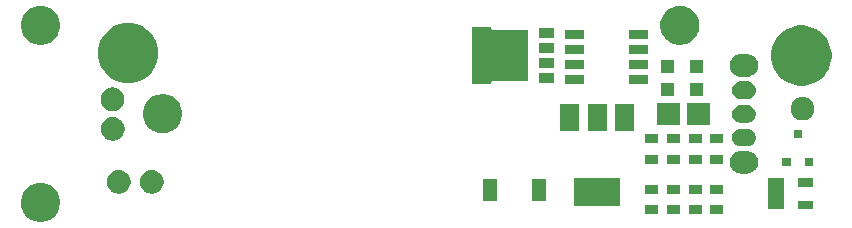
<source format=gbr>
G04 #@! TF.GenerationSoftware,KiCad,Pcbnew,5.1.0-unknown-ff73f69~82~ubuntu18.04.1*
G04 #@! TF.CreationDate,2019-04-01T01:27:23+02:00*
G04 #@! TF.ProjectId,Voltrove MIC1557 PWM,566f6c74-726f-4766-9520-4d4943313535,rev?*
G04 #@! TF.SameCoordinates,Original*
G04 #@! TF.FileFunction,Soldermask,Bot*
G04 #@! TF.FilePolarity,Negative*
%FSLAX46Y46*%
G04 Gerber Fmt 4.6, Leading zero omitted, Abs format (unit mm)*
G04 Created by KiCad (PCBNEW 5.1.0-unknown-ff73f69~82~ubuntu18.04.1) date 2019-04-01 01:27:23*
%MOMM*%
%LPD*%
G04 APERTURE LIST*
%ADD10C,0.100000*%
G04 APERTURE END LIST*
D10*
G36*
X176480000Y-97388000D02*
G01*
X176362000Y-97397000D01*
X176248000Y-97425000D01*
X176139000Y-97470000D01*
X176038000Y-97532000D01*
X175948000Y-97608000D01*
X175872000Y-97698000D01*
X175810000Y-97799000D01*
X175765000Y-97908000D01*
X175737000Y-98022000D01*
X175728000Y-98140000D01*
X175737000Y-98258000D01*
X175765000Y-98372000D01*
X175810000Y-98481000D01*
X175872000Y-98582000D01*
X175948000Y-98672000D01*
X176038000Y-98748000D01*
X176139000Y-98810000D01*
X176248000Y-98855000D01*
X176362000Y-98883000D01*
X176480000Y-98892000D01*
X176980000Y-98892000D01*
X177098000Y-98883000D01*
X177212000Y-98855000D01*
X177321000Y-98810000D01*
X177422000Y-98748000D01*
X177512000Y-98672000D01*
X177588000Y-98582000D01*
X177650000Y-98481000D01*
X177695000Y-98372000D01*
X177723000Y-98258000D01*
X177732000Y-98140000D01*
X177723000Y-98022000D01*
X177695000Y-97908000D01*
X177650000Y-97799000D01*
X177588000Y-97698000D01*
X177512000Y-97608000D01*
X177422000Y-97532000D01*
X177321000Y-97470000D01*
X177212000Y-97425000D01*
X177098000Y-97397000D01*
X176980000Y-97388000D01*
X176480000Y-97388000D01*
G37*
G36*
X176480000Y-99388000D02*
G01*
X176362000Y-99397000D01*
X176248000Y-99425000D01*
X176139000Y-99470000D01*
X176038000Y-99532000D01*
X175948000Y-99608000D01*
X175872000Y-99698000D01*
X175810000Y-99799000D01*
X175765000Y-99908000D01*
X175737000Y-100022000D01*
X175728000Y-100140000D01*
X175737000Y-100258000D01*
X175765000Y-100372000D01*
X175810000Y-100481000D01*
X175872000Y-100582000D01*
X175948000Y-100672000D01*
X176038000Y-100748000D01*
X176139000Y-100810000D01*
X176248000Y-100855000D01*
X176362000Y-100883000D01*
X176480000Y-100892000D01*
X176980000Y-100892000D01*
X177098000Y-100883000D01*
X177212000Y-100855000D01*
X177321000Y-100810000D01*
X177422000Y-100748000D01*
X177512000Y-100672000D01*
X177588000Y-100582000D01*
X177650000Y-100481000D01*
X177695000Y-100372000D01*
X177723000Y-100258000D01*
X177732000Y-100140000D01*
X177723000Y-100022000D01*
X177695000Y-99908000D01*
X177650000Y-99799000D01*
X177588000Y-99698000D01*
X177512000Y-99608000D01*
X177422000Y-99532000D01*
X177321000Y-99470000D01*
X177212000Y-99425000D01*
X177098000Y-99397000D01*
X176980000Y-99388000D01*
X176480000Y-99388000D01*
G37*
G36*
X176480000Y-101388000D02*
G01*
X176362000Y-101397000D01*
X176248000Y-101425000D01*
X176139000Y-101470000D01*
X176038000Y-101532000D01*
X175948000Y-101608000D01*
X175872000Y-101698000D01*
X175810000Y-101799000D01*
X175765000Y-101908000D01*
X175737000Y-102022000D01*
X175728000Y-102140000D01*
X175737000Y-102258000D01*
X175765000Y-102372000D01*
X175810000Y-102481000D01*
X175872000Y-102582000D01*
X175948000Y-102672000D01*
X176038000Y-102748000D01*
X176139000Y-102810000D01*
X176248000Y-102855000D01*
X176362000Y-102883000D01*
X176480000Y-102892000D01*
X176980000Y-102892000D01*
X177098000Y-102883000D01*
X177212000Y-102855000D01*
X177321000Y-102810000D01*
X177422000Y-102748000D01*
X177512000Y-102672000D01*
X177588000Y-102582000D01*
X177650000Y-102481000D01*
X177695000Y-102372000D01*
X177723000Y-102258000D01*
X177732000Y-102140000D01*
X177723000Y-102022000D01*
X177695000Y-101908000D01*
X177650000Y-101799000D01*
X177588000Y-101698000D01*
X177512000Y-101608000D01*
X177422000Y-101532000D01*
X177321000Y-101470000D01*
X177212000Y-101425000D01*
X177098000Y-101397000D01*
X176980000Y-101388000D01*
X176480000Y-101388000D01*
G37*
G36*
X176480000Y-95088000D02*
G01*
X176331000Y-95100000D01*
X176186000Y-95135000D01*
X176048000Y-95192000D01*
X175920000Y-95270000D01*
X175807000Y-95367000D01*
X175710000Y-95480000D01*
X175632000Y-95608000D01*
X175575000Y-95746000D01*
X175540000Y-95891000D01*
X175528000Y-96040000D01*
X175540000Y-96189000D01*
X175575000Y-96334000D01*
X175632000Y-96472000D01*
X175710000Y-96600000D01*
X175807000Y-96713000D01*
X175920000Y-96810000D01*
X176048000Y-96888000D01*
X176186000Y-96945000D01*
X176331000Y-96980000D01*
X176480000Y-96992000D01*
X176980000Y-96992000D01*
X177129000Y-96980000D01*
X177274000Y-96945000D01*
X177412000Y-96888000D01*
X177540000Y-96810000D01*
X177653000Y-96713000D01*
X177750000Y-96600000D01*
X177828000Y-96472000D01*
X177885000Y-96334000D01*
X177920000Y-96189000D01*
X177932000Y-96040000D01*
X177920000Y-95891000D01*
X177885000Y-95746000D01*
X177828000Y-95608000D01*
X177750000Y-95480000D01*
X177653000Y-95367000D01*
X177540000Y-95270000D01*
X177412000Y-95192000D01*
X177274000Y-95135000D01*
X177129000Y-95100000D01*
X176980000Y-95088000D01*
X176480000Y-95088000D01*
G37*
G36*
X176480000Y-103288000D02*
G01*
X176331000Y-103300000D01*
X176186000Y-103335000D01*
X176048000Y-103392000D01*
X175920000Y-103470000D01*
X175807000Y-103567000D01*
X175710000Y-103680000D01*
X175632000Y-103808000D01*
X175575000Y-103946000D01*
X175540000Y-104091000D01*
X175528000Y-104240000D01*
X175540000Y-104389000D01*
X175575000Y-104534000D01*
X175632000Y-104672000D01*
X175710000Y-104800000D01*
X175807000Y-104913000D01*
X175920000Y-105010000D01*
X176048000Y-105088000D01*
X176186000Y-105145000D01*
X176331000Y-105180000D01*
X176480000Y-105192000D01*
X176980000Y-105192000D01*
X177129000Y-105180000D01*
X177274000Y-105145000D01*
X177412000Y-105088000D01*
X177540000Y-105010000D01*
X177653000Y-104913000D01*
X177750000Y-104800000D01*
X177828000Y-104672000D01*
X177885000Y-104534000D01*
X177920000Y-104389000D01*
X177932000Y-104240000D01*
X177920000Y-104091000D01*
X177885000Y-103946000D01*
X177828000Y-103808000D01*
X177750000Y-103680000D01*
X177653000Y-103567000D01*
X177540000Y-103470000D01*
X177412000Y-103392000D01*
X177274000Y-103335000D01*
X177129000Y-103300000D01*
X176980000Y-103288000D01*
X176480000Y-103288000D01*
G37*
G36*
X117544256Y-106035298D02*
G01*
X117650579Y-106056447D01*
X117951042Y-106180903D01*
X118221451Y-106361585D01*
X118451415Y-106591549D01*
X118451416Y-106591551D01*
X118632098Y-106861960D01*
X118756553Y-107162422D01*
X118820000Y-107481389D01*
X118820000Y-107806611D01*
X118777702Y-108019256D01*
X118756553Y-108125579D01*
X118632097Y-108426042D01*
X118451415Y-108696451D01*
X118221451Y-108926415D01*
X117951042Y-109107097D01*
X117650579Y-109231553D01*
X117544256Y-109252702D01*
X117331611Y-109295000D01*
X117006389Y-109295000D01*
X116793744Y-109252702D01*
X116687421Y-109231553D01*
X116386958Y-109107097D01*
X116116549Y-108926415D01*
X115886585Y-108696451D01*
X115705903Y-108426042D01*
X115581447Y-108125579D01*
X115560298Y-108019256D01*
X115518000Y-107806611D01*
X115518000Y-107481389D01*
X115581447Y-107162422D01*
X115705902Y-106861960D01*
X115886584Y-106591551D01*
X115886585Y-106591549D01*
X116116549Y-106361585D01*
X116386958Y-106180903D01*
X116687421Y-106056447D01*
X116793744Y-106035298D01*
X117006389Y-105993000D01*
X117331611Y-105993000D01*
X117544256Y-106035298D01*
X117544256Y-106035298D01*
G37*
G36*
X174951000Y-108661000D02*
G01*
X173849000Y-108661000D01*
X173849000Y-107889000D01*
X174951000Y-107889000D01*
X174951000Y-108661000D01*
X174951000Y-108661000D01*
G37*
G36*
X173151000Y-108661000D02*
G01*
X172049000Y-108661000D01*
X172049000Y-107889000D01*
X173151000Y-107889000D01*
X173151000Y-108661000D01*
X173151000Y-108661000D01*
G37*
G36*
X169451000Y-108661000D02*
G01*
X168349000Y-108661000D01*
X168349000Y-107889000D01*
X169451000Y-107889000D01*
X169451000Y-108661000D01*
X169451000Y-108661000D01*
G37*
G36*
X171351000Y-108661000D02*
G01*
X170249000Y-108661000D01*
X170249000Y-107889000D01*
X171351000Y-107889000D01*
X171351000Y-108661000D01*
X171351000Y-108661000D01*
G37*
G36*
X180101000Y-108201000D02*
G01*
X178799000Y-108201000D01*
X178799000Y-105599000D01*
X180101000Y-105599000D01*
X180101000Y-108201000D01*
X180101000Y-108201000D01*
G37*
G36*
X182601000Y-108201000D02*
G01*
X181299000Y-108201000D01*
X181299000Y-107499000D01*
X182601000Y-107499000D01*
X182601000Y-108201000D01*
X182601000Y-108201000D01*
G37*
G36*
X166251000Y-107901000D02*
G01*
X162349000Y-107901000D01*
X162349000Y-105599000D01*
X166251000Y-105599000D01*
X166251000Y-107901000D01*
X166251000Y-107901000D01*
G37*
G36*
X159986000Y-107511000D02*
G01*
X158764000Y-107511000D01*
X158764000Y-105689000D01*
X159986000Y-105689000D01*
X159986000Y-107511000D01*
X159986000Y-107511000D01*
G37*
G36*
X155836000Y-107511000D02*
G01*
X154614000Y-107511000D01*
X154614000Y-105689000D01*
X155836000Y-105689000D01*
X155836000Y-107511000D01*
X155836000Y-107511000D01*
G37*
G36*
X174951000Y-106911000D02*
G01*
X173849000Y-106911000D01*
X173849000Y-106139000D01*
X174951000Y-106139000D01*
X174951000Y-106911000D01*
X174951000Y-106911000D01*
G37*
G36*
X173151000Y-106911000D02*
G01*
X172049000Y-106911000D01*
X172049000Y-106139000D01*
X173151000Y-106139000D01*
X173151000Y-106911000D01*
X173151000Y-106911000D01*
G37*
G36*
X169451000Y-106911000D02*
G01*
X168349000Y-106911000D01*
X168349000Y-106139000D01*
X169451000Y-106139000D01*
X169451000Y-106911000D01*
X169451000Y-106911000D01*
G37*
G36*
X171351000Y-106911000D02*
G01*
X170249000Y-106911000D01*
X170249000Y-106139000D01*
X171351000Y-106139000D01*
X171351000Y-106911000D01*
X171351000Y-106911000D01*
G37*
G36*
X123995403Y-104917646D02*
G01*
X124092156Y-104936891D01*
X124167658Y-104968165D01*
X124274434Y-105012393D01*
X124274435Y-105012394D01*
X124438483Y-105122007D01*
X124577993Y-105261517D01*
X124577994Y-105261519D01*
X124687607Y-105425566D01*
X124731835Y-105532342D01*
X124763109Y-105607844D01*
X124801600Y-105801351D01*
X124801600Y-105998649D01*
X124765348Y-106180902D01*
X124763109Y-106192155D01*
X124687607Y-106374434D01*
X124687606Y-106374435D01*
X124577993Y-106538483D01*
X124438483Y-106677993D01*
X124355902Y-106733172D01*
X124274434Y-106787607D01*
X124167658Y-106831835D01*
X124092156Y-106863109D01*
X123995403Y-106882354D01*
X123898650Y-106901600D01*
X123701350Y-106901600D01*
X123604597Y-106882354D01*
X123507844Y-106863109D01*
X123432342Y-106831835D01*
X123325566Y-106787607D01*
X123244098Y-106733172D01*
X123161517Y-106677993D01*
X123022007Y-106538483D01*
X122912394Y-106374435D01*
X122912393Y-106374434D01*
X122836891Y-106192155D01*
X122834653Y-106180902D01*
X122798400Y-105998649D01*
X122798400Y-105801351D01*
X122836891Y-105607844D01*
X122868165Y-105532342D01*
X122912393Y-105425566D01*
X123022006Y-105261519D01*
X123022007Y-105261517D01*
X123161517Y-105122007D01*
X123325565Y-105012394D01*
X123325566Y-105012393D01*
X123432342Y-104968165D01*
X123507844Y-104936891D01*
X123604597Y-104917646D01*
X123701350Y-104898400D01*
X123898650Y-104898400D01*
X123995403Y-104917646D01*
X123995403Y-104917646D01*
G37*
G36*
X126795403Y-104917646D02*
G01*
X126892156Y-104936891D01*
X126967658Y-104968165D01*
X127074434Y-105012393D01*
X127074435Y-105012394D01*
X127238483Y-105122007D01*
X127377993Y-105261517D01*
X127377994Y-105261519D01*
X127487607Y-105425566D01*
X127531835Y-105532342D01*
X127563109Y-105607844D01*
X127601600Y-105801351D01*
X127601600Y-105998649D01*
X127565348Y-106180902D01*
X127563109Y-106192155D01*
X127487607Y-106374434D01*
X127487606Y-106374435D01*
X127377993Y-106538483D01*
X127238483Y-106677993D01*
X127155902Y-106733172D01*
X127074434Y-106787607D01*
X126967658Y-106831835D01*
X126892156Y-106863109D01*
X126795403Y-106882354D01*
X126698650Y-106901600D01*
X126501350Y-106901600D01*
X126404597Y-106882354D01*
X126307844Y-106863109D01*
X126232342Y-106831835D01*
X126125566Y-106787607D01*
X126044098Y-106733172D01*
X125961517Y-106677993D01*
X125822007Y-106538483D01*
X125712394Y-106374435D01*
X125712393Y-106374434D01*
X125636891Y-106192155D01*
X125634653Y-106180902D01*
X125598400Y-105998649D01*
X125598400Y-105801351D01*
X125636891Y-105607844D01*
X125668165Y-105532342D01*
X125712393Y-105425566D01*
X125822006Y-105261519D01*
X125822007Y-105261517D01*
X125961517Y-105122007D01*
X126125565Y-105012394D01*
X126125566Y-105012393D01*
X126232342Y-104968165D01*
X126307844Y-104936891D01*
X126404597Y-104917646D01*
X126501350Y-104898400D01*
X126698650Y-104898400D01*
X126795403Y-104917646D01*
X126795403Y-104917646D01*
G37*
G36*
X182601000Y-106301000D02*
G01*
X181299000Y-106301000D01*
X181299000Y-105599000D01*
X182601000Y-105599000D01*
X182601000Y-106301000D01*
X182601000Y-106301000D01*
G37*
G36*
X177007570Y-103324969D02*
G01*
X177180753Y-103396704D01*
X177336607Y-103500842D01*
X177469158Y-103633393D01*
X177573296Y-103789247D01*
X177645031Y-103962430D01*
X177681600Y-104146274D01*
X177681600Y-104333726D01*
X177645031Y-104517570D01*
X177573296Y-104690753D01*
X177469158Y-104846607D01*
X177336607Y-104979158D01*
X177180753Y-105083296D01*
X177007570Y-105155031D01*
X176823726Y-105191600D01*
X176636274Y-105191600D01*
X176452430Y-105155031D01*
X176279247Y-105083296D01*
X176123393Y-104979158D01*
X175990842Y-104846607D01*
X175886704Y-104690753D01*
X175814969Y-104517570D01*
X175778400Y-104333726D01*
X175778400Y-104146274D01*
X175814969Y-103962430D01*
X175886704Y-103789247D01*
X175990842Y-103633393D01*
X176123393Y-103500842D01*
X176279247Y-103396704D01*
X176452430Y-103324969D01*
X176636274Y-103288400D01*
X176823726Y-103288400D01*
X177007570Y-103324969D01*
X177007570Y-103324969D01*
G37*
G36*
X182611000Y-104526500D02*
G01*
X181889000Y-104526500D01*
X181889000Y-103849500D01*
X182611000Y-103849500D01*
X182611000Y-104526500D01*
X182611000Y-104526500D01*
G37*
G36*
X180711000Y-104526500D02*
G01*
X179989000Y-104526500D01*
X179989000Y-103849500D01*
X180711000Y-103849500D01*
X180711000Y-104526500D01*
X180711000Y-104526500D01*
G37*
G36*
X174951000Y-104361000D02*
G01*
X173849000Y-104361000D01*
X173849000Y-103589000D01*
X174951000Y-103589000D01*
X174951000Y-104361000D01*
X174951000Y-104361000D01*
G37*
G36*
X173151000Y-104361000D02*
G01*
X172049000Y-104361000D01*
X172049000Y-103589000D01*
X173151000Y-103589000D01*
X173151000Y-104361000D01*
X173151000Y-104361000D01*
G37*
G36*
X171351000Y-104361000D02*
G01*
X170249000Y-104361000D01*
X170249000Y-103589000D01*
X171351000Y-103589000D01*
X171351000Y-104361000D01*
X171351000Y-104361000D01*
G37*
G36*
X169451000Y-104361000D02*
G01*
X168349000Y-104361000D01*
X168349000Y-103589000D01*
X169451000Y-103589000D01*
X169451000Y-104361000D01*
X169451000Y-104361000D01*
G37*
G36*
X176949234Y-101417283D02*
G01*
X177086016Y-101473940D01*
X177209117Y-101556194D01*
X177313806Y-101660883D01*
X177396060Y-101783984D01*
X177452717Y-101920766D01*
X177481600Y-102065974D01*
X177481600Y-102214026D01*
X177452717Y-102359234D01*
X177396060Y-102496016D01*
X177313806Y-102619117D01*
X177209117Y-102723806D01*
X177086016Y-102806060D01*
X176949234Y-102862717D01*
X176804026Y-102891600D01*
X176655974Y-102891600D01*
X176510766Y-102862717D01*
X176373984Y-102806060D01*
X176250883Y-102723806D01*
X176146194Y-102619117D01*
X176063940Y-102496016D01*
X176007283Y-102359234D01*
X175978400Y-102214026D01*
X175978400Y-102065974D01*
X176007283Y-101920766D01*
X176063940Y-101783984D01*
X176146194Y-101660883D01*
X176250883Y-101556194D01*
X176373984Y-101473940D01*
X176510766Y-101417283D01*
X176655974Y-101388400D01*
X176804026Y-101388400D01*
X176949234Y-101417283D01*
X176949234Y-101417283D01*
G37*
G36*
X169451000Y-102611000D02*
G01*
X168349000Y-102611000D01*
X168349000Y-101839000D01*
X169451000Y-101839000D01*
X169451000Y-102611000D01*
X169451000Y-102611000D01*
G37*
G36*
X171351000Y-102611000D02*
G01*
X170249000Y-102611000D01*
X170249000Y-101839000D01*
X171351000Y-101839000D01*
X171351000Y-102611000D01*
X171351000Y-102611000D01*
G37*
G36*
X173151000Y-102611000D02*
G01*
X172049000Y-102611000D01*
X172049000Y-101839000D01*
X173151000Y-101839000D01*
X173151000Y-102611000D01*
X173151000Y-102611000D01*
G37*
G36*
X174951000Y-102611000D02*
G01*
X173849000Y-102611000D01*
X173849000Y-101839000D01*
X174951000Y-101839000D01*
X174951000Y-102611000D01*
X174951000Y-102611000D01*
G37*
G36*
X123495403Y-100417646D02*
G01*
X123592156Y-100436891D01*
X123667658Y-100468165D01*
X123774434Y-100512393D01*
X123774435Y-100512394D01*
X123938483Y-100622007D01*
X124077993Y-100761517D01*
X124107756Y-100806061D01*
X124187607Y-100925566D01*
X124231835Y-101032342D01*
X124263109Y-101107844D01*
X124301600Y-101301351D01*
X124301600Y-101498649D01*
X124269330Y-101660883D01*
X124263109Y-101692155D01*
X124187607Y-101874434D01*
X124156649Y-101920766D01*
X124077993Y-102038483D01*
X123938483Y-102177993D01*
X123855901Y-102233172D01*
X123774434Y-102287607D01*
X123667658Y-102331835D01*
X123592156Y-102363109D01*
X123495403Y-102382354D01*
X123398650Y-102401600D01*
X123201350Y-102401600D01*
X123104597Y-102382354D01*
X123007844Y-102363109D01*
X122932342Y-102331835D01*
X122825566Y-102287607D01*
X122744098Y-102233172D01*
X122661517Y-102177993D01*
X122522007Y-102038483D01*
X122443351Y-101920766D01*
X122412393Y-101874434D01*
X122336891Y-101692155D01*
X122330671Y-101660883D01*
X122298400Y-101498649D01*
X122298400Y-101301351D01*
X122336891Y-101107844D01*
X122368165Y-101032342D01*
X122412393Y-100925566D01*
X122492244Y-100806061D01*
X122522007Y-100761517D01*
X122661517Y-100622007D01*
X122825565Y-100512394D01*
X122825566Y-100512393D01*
X122932342Y-100468165D01*
X123007844Y-100436891D01*
X123104598Y-100417645D01*
X123201350Y-100398400D01*
X123398650Y-100398400D01*
X123495403Y-100417646D01*
X123495403Y-100417646D01*
G37*
G36*
X181661000Y-102150500D02*
G01*
X180939000Y-102150500D01*
X180939000Y-101473500D01*
X181661000Y-101473500D01*
X181661000Y-102150500D01*
X181661000Y-102150500D01*
G37*
G36*
X127890256Y-98506298D02*
G01*
X127996579Y-98527447D01*
X128297042Y-98651903D01*
X128567451Y-98832585D01*
X128797415Y-99062549D01*
X128955407Y-99299000D01*
X128978098Y-99332960D01*
X129001062Y-99388400D01*
X129102553Y-99633421D01*
X129108016Y-99660884D01*
X129166000Y-99952389D01*
X129166000Y-100277611D01*
X129149764Y-100359234D01*
X129102553Y-100596579D01*
X128978097Y-100897042D01*
X128797415Y-101167451D01*
X128567451Y-101397415D01*
X128297042Y-101578097D01*
X127996579Y-101702553D01*
X127890256Y-101723702D01*
X127677611Y-101766000D01*
X127352389Y-101766000D01*
X127139744Y-101723702D01*
X127033421Y-101702553D01*
X126732958Y-101578097D01*
X126462549Y-101397415D01*
X126232585Y-101167451D01*
X126051903Y-100897042D01*
X125927447Y-100596579D01*
X125880236Y-100359234D01*
X125864000Y-100277611D01*
X125864000Y-99952389D01*
X125921984Y-99660884D01*
X125927447Y-99633421D01*
X126028938Y-99388400D01*
X126051902Y-99332960D01*
X126074593Y-99299000D01*
X126232585Y-99062549D01*
X126462549Y-98832585D01*
X126732958Y-98651903D01*
X127033421Y-98527447D01*
X127139744Y-98506298D01*
X127352389Y-98464000D01*
X127677611Y-98464000D01*
X127890256Y-98506298D01*
X127890256Y-98506298D01*
G37*
G36*
X165101000Y-101601000D02*
G01*
X163499000Y-101601000D01*
X163499000Y-99299000D01*
X165101000Y-99299000D01*
X165101000Y-101601000D01*
X165101000Y-101601000D01*
G37*
G36*
X167401000Y-101601000D02*
G01*
X165799000Y-101601000D01*
X165799000Y-99299000D01*
X167401000Y-99299000D01*
X167401000Y-101601000D01*
X167401000Y-101601000D01*
G37*
G36*
X162801000Y-101601000D02*
G01*
X161199000Y-101601000D01*
X161199000Y-99299000D01*
X162801000Y-99299000D01*
X162801000Y-101601000D01*
X162801000Y-101601000D01*
G37*
G36*
X173831000Y-101095000D02*
G01*
X171929000Y-101095000D01*
X171929000Y-99193000D01*
X173831000Y-99193000D01*
X173831000Y-101095000D01*
X173831000Y-101095000D01*
G37*
G36*
X171291000Y-101095000D02*
G01*
X169389000Y-101095000D01*
X169389000Y-99193000D01*
X171291000Y-99193000D01*
X171291000Y-101095000D01*
X171291000Y-101095000D01*
G37*
G36*
X176949234Y-99417283D02*
G01*
X177086016Y-99473940D01*
X177209117Y-99556194D01*
X177313806Y-99660883D01*
X177396060Y-99783984D01*
X177452717Y-99920766D01*
X177481600Y-100065974D01*
X177481600Y-100214026D01*
X177452717Y-100359234D01*
X177396060Y-100496016D01*
X177313806Y-100619117D01*
X177209117Y-100723806D01*
X177086016Y-100806060D01*
X176949234Y-100862717D01*
X176804026Y-100891600D01*
X176655974Y-100891600D01*
X176510766Y-100862717D01*
X176373984Y-100806060D01*
X176250883Y-100723806D01*
X176146194Y-100619117D01*
X176063940Y-100496016D01*
X176007283Y-100359234D01*
X175978400Y-100214026D01*
X175978400Y-100065974D01*
X176007283Y-99920766D01*
X176063940Y-99783984D01*
X176146194Y-99660883D01*
X176250883Y-99556194D01*
X176373984Y-99473940D01*
X176510766Y-99417283D01*
X176655974Y-99388400D01*
X176804026Y-99388400D01*
X176949234Y-99417283D01*
X176949234Y-99417283D01*
G37*
G36*
X181895403Y-98717646D02*
G01*
X181992156Y-98736891D01*
X182067658Y-98768165D01*
X182174434Y-98812393D01*
X182174435Y-98812394D01*
X182338483Y-98922007D01*
X182477993Y-99061517D01*
X182478684Y-99062551D01*
X182587607Y-99225566D01*
X182618024Y-99299000D01*
X182663109Y-99407844D01*
X182664987Y-99417285D01*
X182701600Y-99601350D01*
X182701600Y-99798650D01*
X182663109Y-99992155D01*
X182587607Y-100174434D01*
X182587606Y-100174435D01*
X182477993Y-100338483D01*
X182338483Y-100477993D01*
X182286998Y-100512394D01*
X182174434Y-100587607D01*
X182067658Y-100631835D01*
X181992156Y-100663109D01*
X181895402Y-100682355D01*
X181798650Y-100701600D01*
X181601350Y-100701600D01*
X181504598Y-100682355D01*
X181407844Y-100663109D01*
X181332342Y-100631835D01*
X181225566Y-100587607D01*
X181113002Y-100512394D01*
X181061517Y-100477993D01*
X180922007Y-100338483D01*
X180812394Y-100174435D01*
X180812393Y-100174434D01*
X180736891Y-99992155D01*
X180698400Y-99798650D01*
X180698400Y-99601350D01*
X180735013Y-99417285D01*
X180736891Y-99407844D01*
X180781976Y-99299000D01*
X180812393Y-99225566D01*
X180921316Y-99062551D01*
X180922007Y-99061517D01*
X181061517Y-98922007D01*
X181225565Y-98812394D01*
X181225566Y-98812393D01*
X181332342Y-98768165D01*
X181407844Y-98736891D01*
X181504597Y-98717646D01*
X181601350Y-98698400D01*
X181798650Y-98698400D01*
X181895403Y-98717646D01*
X181895403Y-98717646D01*
G37*
G36*
X123440812Y-97920765D02*
G01*
X123572156Y-97946891D01*
X123647658Y-97978165D01*
X123754434Y-98022393D01*
X123754435Y-98022394D01*
X123918483Y-98132007D01*
X124057993Y-98271517D01*
X124057994Y-98271519D01*
X124167607Y-98435566D01*
X124192645Y-98496013D01*
X124243109Y-98617844D01*
X124249884Y-98651903D01*
X124281600Y-98811350D01*
X124281600Y-99008650D01*
X124270879Y-99062549D01*
X124243109Y-99202156D01*
X124233412Y-99225566D01*
X124167607Y-99384434D01*
X124113172Y-99465902D01*
X124057993Y-99548483D01*
X123918483Y-99687993D01*
X123835902Y-99743172D01*
X123754434Y-99797607D01*
X123647658Y-99841835D01*
X123572156Y-99873109D01*
X123475402Y-99892355D01*
X123378650Y-99911600D01*
X123181350Y-99911600D01*
X123084598Y-99892355D01*
X122987844Y-99873109D01*
X122912342Y-99841835D01*
X122805566Y-99797607D01*
X122724098Y-99743172D01*
X122641517Y-99687993D01*
X122502007Y-99548483D01*
X122446828Y-99465902D01*
X122392393Y-99384434D01*
X122326588Y-99225566D01*
X122316891Y-99202156D01*
X122289121Y-99062549D01*
X122278400Y-99008650D01*
X122278400Y-98811350D01*
X122310116Y-98651903D01*
X122316891Y-98617844D01*
X122367355Y-98496013D01*
X122392393Y-98435566D01*
X122502006Y-98271519D01*
X122502007Y-98271517D01*
X122641517Y-98132007D01*
X122805565Y-98022394D01*
X122805566Y-98022393D01*
X122912342Y-97978165D01*
X122987844Y-97946891D01*
X123119188Y-97920765D01*
X123181350Y-97908400D01*
X123378650Y-97908400D01*
X123440812Y-97920765D01*
X123440812Y-97920765D01*
G37*
G36*
X176949234Y-97417283D02*
G01*
X177086016Y-97473940D01*
X177209117Y-97556194D01*
X177313806Y-97660883D01*
X177396060Y-97783984D01*
X177452717Y-97920766D01*
X177481600Y-98065974D01*
X177481600Y-98214026D01*
X177452717Y-98359234D01*
X177396060Y-98496016D01*
X177313806Y-98619117D01*
X177209117Y-98723806D01*
X177086016Y-98806060D01*
X176949234Y-98862717D01*
X176804026Y-98891600D01*
X176655974Y-98891600D01*
X176510766Y-98862717D01*
X176373984Y-98806060D01*
X176250883Y-98723806D01*
X176146194Y-98619117D01*
X176063940Y-98496016D01*
X176007283Y-98359234D01*
X175978400Y-98214026D01*
X175978400Y-98065974D01*
X176007283Y-97920766D01*
X176063940Y-97783984D01*
X176146194Y-97660883D01*
X176250883Y-97556194D01*
X176373984Y-97473940D01*
X176510766Y-97417283D01*
X176655974Y-97388400D01*
X176804026Y-97388400D01*
X176949234Y-97417283D01*
X176949234Y-97417283D01*
G37*
G36*
X170851000Y-98601000D02*
G01*
X169749000Y-98601000D01*
X169749000Y-97499000D01*
X170851000Y-97499000D01*
X170851000Y-98601000D01*
X170851000Y-98601000D01*
G37*
G36*
X173251000Y-98601000D02*
G01*
X172149000Y-98601000D01*
X172149000Y-97499000D01*
X173251000Y-97499000D01*
X173251000Y-98601000D01*
X173251000Y-98601000D01*
G37*
G36*
X182344098Y-92747033D02*
G01*
X182808350Y-92939332D01*
X182808352Y-92939333D01*
X183226168Y-93218509D01*
X183581491Y-93573832D01*
X183727031Y-93791648D01*
X183860668Y-93991650D01*
X184052967Y-94455902D01*
X184151000Y-94948747D01*
X184151000Y-95451253D01*
X184052967Y-95944098D01*
X183898270Y-96317570D01*
X183860667Y-96408352D01*
X183581491Y-96826168D01*
X183226168Y-97181491D01*
X182808352Y-97460667D01*
X182808351Y-97460668D01*
X182808350Y-97460668D01*
X182344098Y-97652967D01*
X181851253Y-97751000D01*
X181348747Y-97751000D01*
X180855902Y-97652967D01*
X180391650Y-97460668D01*
X180391649Y-97460668D01*
X180391648Y-97460667D01*
X179973832Y-97181491D01*
X179618509Y-96826168D01*
X179339333Y-96408352D01*
X179301730Y-96317570D01*
X179147033Y-95944098D01*
X179049000Y-95451253D01*
X179049000Y-94948747D01*
X179147033Y-94455902D01*
X179339332Y-93991650D01*
X179472969Y-93791648D01*
X179618509Y-93573832D01*
X179973832Y-93218509D01*
X180391648Y-92939333D01*
X180391650Y-92939332D01*
X180855902Y-92747033D01*
X181348747Y-92649000D01*
X181851253Y-92649000D01*
X182344098Y-92747033D01*
X182344098Y-92747033D01*
G37*
G36*
X155351000Y-92924001D02*
G01*
X155353402Y-92948387D01*
X155360515Y-92971836D01*
X155372066Y-92993447D01*
X155387611Y-93012389D01*
X155406553Y-93027934D01*
X155428164Y-93039485D01*
X155451613Y-93046598D01*
X155475999Y-93049000D01*
X158451000Y-93049000D01*
X158451000Y-97351000D01*
X155475999Y-97351000D01*
X155451613Y-97353402D01*
X155428164Y-97360515D01*
X155406553Y-97372066D01*
X155387611Y-97387611D01*
X155372066Y-97406553D01*
X155360515Y-97428164D01*
X155353402Y-97451613D01*
X155351000Y-97475999D01*
X155351000Y-97601000D01*
X153749000Y-97601000D01*
X153749000Y-92799000D01*
X155351000Y-92799000D01*
X155351000Y-92924001D01*
X155351000Y-92924001D01*
G37*
G36*
X163201500Y-97581000D02*
G01*
X161574500Y-97581000D01*
X161574500Y-96829000D01*
X163201500Y-96829000D01*
X163201500Y-97581000D01*
X163201500Y-97581000D01*
G37*
G36*
X168625500Y-97581000D02*
G01*
X166998500Y-97581000D01*
X166998500Y-96829000D01*
X168625500Y-96829000D01*
X168625500Y-97581000D01*
X168625500Y-97581000D01*
G37*
G36*
X125344098Y-92547033D02*
G01*
X125808350Y-92739332D01*
X125808352Y-92739333D01*
X126226168Y-93018509D01*
X126581491Y-93373832D01*
X126796791Y-93696051D01*
X126860668Y-93791650D01*
X127052967Y-94255902D01*
X127151000Y-94748747D01*
X127151000Y-95251253D01*
X127052967Y-95744098D01*
X126970124Y-95944098D01*
X126860667Y-96208352D01*
X126581491Y-96626168D01*
X126226168Y-96981491D01*
X125808352Y-97260667D01*
X125808351Y-97260668D01*
X125808350Y-97260668D01*
X125344098Y-97452967D01*
X124851253Y-97551000D01*
X124348747Y-97551000D01*
X123855902Y-97452967D01*
X123391650Y-97260668D01*
X123391649Y-97260668D01*
X123391648Y-97260667D01*
X122973832Y-96981491D01*
X122618509Y-96626168D01*
X122339333Y-96208352D01*
X122229876Y-95944098D01*
X122147033Y-95744098D01*
X122049000Y-95251253D01*
X122049000Y-94748747D01*
X122147033Y-94255902D01*
X122339332Y-93791650D01*
X122403209Y-93696051D01*
X122618509Y-93373832D01*
X122973832Y-93018509D01*
X123391648Y-92739333D01*
X123391650Y-92739332D01*
X123855902Y-92547033D01*
X124348747Y-92449000D01*
X124851253Y-92449000D01*
X125344098Y-92547033D01*
X125344098Y-92547033D01*
G37*
G36*
X160651000Y-97506000D02*
G01*
X159399000Y-97506000D01*
X159399000Y-96704000D01*
X160651000Y-96704000D01*
X160651000Y-97506000D01*
X160651000Y-97506000D01*
G37*
G36*
X177007570Y-95124969D02*
G01*
X177180753Y-95196704D01*
X177336607Y-95300842D01*
X177469158Y-95433393D01*
X177573296Y-95589247D01*
X177645031Y-95762430D01*
X177681600Y-95946274D01*
X177681600Y-96133726D01*
X177645031Y-96317570D01*
X177573296Y-96490753D01*
X177469158Y-96646607D01*
X177336607Y-96779158D01*
X177180753Y-96883296D01*
X177007570Y-96955031D01*
X176823726Y-96991600D01*
X176636274Y-96991600D01*
X176452430Y-96955031D01*
X176279247Y-96883296D01*
X176123393Y-96779158D01*
X175990842Y-96646607D01*
X175886704Y-96490753D01*
X175814969Y-96317570D01*
X175778400Y-96133726D01*
X175778400Y-95946274D01*
X175814969Y-95762430D01*
X175886704Y-95589247D01*
X175990842Y-95433393D01*
X176123393Y-95300842D01*
X176279247Y-95196704D01*
X176452430Y-95124969D01*
X176636274Y-95088400D01*
X176823726Y-95088400D01*
X177007570Y-95124969D01*
X177007570Y-95124969D01*
G37*
G36*
X173251000Y-96701000D02*
G01*
X172149000Y-96701000D01*
X172149000Y-95599000D01*
X173251000Y-95599000D01*
X173251000Y-96701000D01*
X173251000Y-96701000D01*
G37*
G36*
X170851000Y-96701000D02*
G01*
X169749000Y-96701000D01*
X169749000Y-95599000D01*
X170851000Y-95599000D01*
X170851000Y-96701000D01*
X170851000Y-96701000D01*
G37*
G36*
X163201500Y-96311000D02*
G01*
X161574500Y-96311000D01*
X161574500Y-95559000D01*
X163201500Y-95559000D01*
X163201500Y-96311000D01*
X163201500Y-96311000D01*
G37*
G36*
X168625500Y-96311000D02*
G01*
X166998500Y-96311000D01*
X166998500Y-95559000D01*
X168625500Y-95559000D01*
X168625500Y-96311000D01*
X168625500Y-96311000D01*
G37*
G36*
X160651000Y-96236000D02*
G01*
X159399000Y-96236000D01*
X159399000Y-95434000D01*
X160651000Y-95434000D01*
X160651000Y-96236000D01*
X160651000Y-96236000D01*
G37*
G36*
X163201500Y-95041000D02*
G01*
X161574500Y-95041000D01*
X161574500Y-94289000D01*
X163201500Y-94289000D01*
X163201500Y-95041000D01*
X163201500Y-95041000D01*
G37*
G36*
X168625500Y-95041000D02*
G01*
X166998500Y-95041000D01*
X166998500Y-94289000D01*
X168625500Y-94289000D01*
X168625500Y-95041000D01*
X168625500Y-95041000D01*
G37*
G36*
X160651000Y-94966000D02*
G01*
X159399000Y-94966000D01*
X159399000Y-94164000D01*
X160651000Y-94164000D01*
X160651000Y-94966000D01*
X160651000Y-94966000D01*
G37*
G36*
X117544256Y-91034898D02*
G01*
X117650579Y-91056047D01*
X117951042Y-91180503D01*
X118221451Y-91361185D01*
X118451415Y-91591149D01*
X118451416Y-91591151D01*
X118632098Y-91861560D01*
X118756553Y-92162022D01*
X118820000Y-92480989D01*
X118820000Y-92806211D01*
X118756553Y-93125178D01*
X118653558Y-93373832D01*
X118632097Y-93425642D01*
X118451415Y-93696051D01*
X118221451Y-93926015D01*
X117951042Y-94106697D01*
X117650579Y-94231153D01*
X117544256Y-94252302D01*
X117331611Y-94294600D01*
X117006389Y-94294600D01*
X116793744Y-94252302D01*
X116687421Y-94231153D01*
X116386958Y-94106697D01*
X116116549Y-93926015D01*
X115886585Y-93696051D01*
X115705903Y-93425642D01*
X115684443Y-93373832D01*
X115581447Y-93125178D01*
X115518000Y-92806211D01*
X115518000Y-92480989D01*
X115581447Y-92162022D01*
X115705902Y-91861560D01*
X115886584Y-91591151D01*
X115886585Y-91591149D01*
X116116549Y-91361185D01*
X116386958Y-91180503D01*
X116687421Y-91056047D01*
X116793744Y-91034898D01*
X117006389Y-90992600D01*
X117331611Y-90992600D01*
X117544256Y-91034898D01*
X117544256Y-91034898D01*
G37*
G36*
X171684256Y-91034898D02*
G01*
X171790579Y-91056047D01*
X172091042Y-91180503D01*
X172361451Y-91361185D01*
X172591415Y-91591149D01*
X172591416Y-91591151D01*
X172772098Y-91861560D01*
X172896553Y-92162022D01*
X172960000Y-92480989D01*
X172960000Y-92806211D01*
X172896553Y-93125178D01*
X172793558Y-93373832D01*
X172772097Y-93425642D01*
X172591415Y-93696051D01*
X172361451Y-93926015D01*
X172091042Y-94106697D01*
X171790579Y-94231153D01*
X171684256Y-94252302D01*
X171471611Y-94294600D01*
X171146389Y-94294600D01*
X170933744Y-94252302D01*
X170827421Y-94231153D01*
X170526958Y-94106697D01*
X170256549Y-93926015D01*
X170026585Y-93696051D01*
X169845903Y-93425642D01*
X169824443Y-93373832D01*
X169721447Y-93125178D01*
X169658000Y-92806211D01*
X169658000Y-92480989D01*
X169721447Y-92162022D01*
X169845902Y-91861560D01*
X170026584Y-91591151D01*
X170026585Y-91591149D01*
X170256549Y-91361185D01*
X170526958Y-91180503D01*
X170827421Y-91056047D01*
X170933744Y-91034898D01*
X171146389Y-90992600D01*
X171471611Y-90992600D01*
X171684256Y-91034898D01*
X171684256Y-91034898D01*
G37*
G36*
X163201500Y-93771000D02*
G01*
X161574500Y-93771000D01*
X161574500Y-93019000D01*
X163201500Y-93019000D01*
X163201500Y-93771000D01*
X163201500Y-93771000D01*
G37*
G36*
X168625500Y-93771000D02*
G01*
X166998500Y-93771000D01*
X166998500Y-93019000D01*
X168625500Y-93019000D01*
X168625500Y-93771000D01*
X168625500Y-93771000D01*
G37*
G36*
X160651000Y-93696000D02*
G01*
X159399000Y-93696000D01*
X159399000Y-92894000D01*
X160651000Y-92894000D01*
X160651000Y-93696000D01*
X160651000Y-93696000D01*
G37*
M02*

</source>
